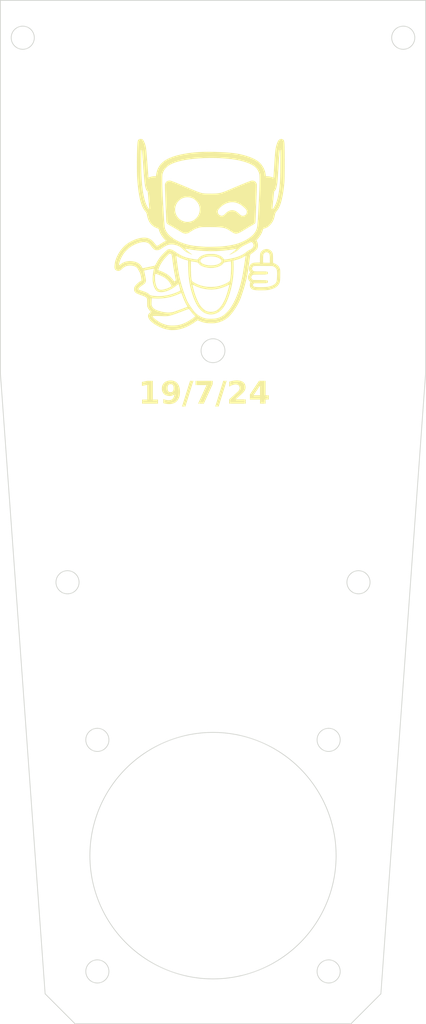
<source format=kicad_pcb>
(kicad_pcb (version 20240108) (generator "pcbnew") (generator_version "8.0")
  (layers (0 "F.Cu" signal) (31 "B.Cu" signal) (34 "B.Paste" user) (35 "F.Paste" user) (36 "B.SilkS" user "B.Silkscreen") (37 "F.SilkS" user "F.Silkscreen") (38 "B.Mask" user) (39 "F.Mask" user) (44 "Edge.Cuts" user))
  (net 0 "")
  (footprint "LOGO" (layer "F.Cu") (at 77 57.5)
    (property "Reference" "G***" (hide yes))
    (property "Value" "LOGO" (hide yes))
  )
  (gr_circle (center 98 103.9) (end 99.55 103.9) (stroke (width 0.1)) (fill none) (layer "Edge.Cuts"))
  (gr_line (start 101 159) (end 107 75.9) (stroke (width 0.1)) (layer "Edge.Cuts"))
  (gr_circle (center 63 156) (end 64.55 156) (stroke (width 0.1)) (fill none) (layer "Edge.Cuts"))
  (gr_circle (center 78.5 72.9) (end 80.1 72.9) (stroke (width 0.1)) (fill none) (layer "Edge.Cuts"))
  (gr_line (start 60 163) (end 97 163) (stroke (width 0.1)) (layer "Edge.Cuts"))
  (gr_circle (center 59 103.9) (end 60.55 103.9) (stroke (width 0.1)) (fill none) (layer "Edge.Cuts"))
  (gr_circle (center 53 31) (end 54.55 31) (stroke (width 0.1)) (fill none) (layer "Edge.Cuts"))
  (gr_circle (center 94 125) (end 95.55 125) (stroke (width 0.1)) (fill none) (layer "Edge.Cuts"))
  (gr_line (start 107 26) (end 50 26) (stroke (width 0.1)) (layer "Edge.Cuts"))
  (gr_line (start 107 75.9) (end 107 26) (stroke (width 0.1)) (layer "Edge.Cuts"))
  (gr_line (start 50 75.9) (end 56 159) (stroke (width 0.1)) (layer "Edge.Cuts"))
  (gr_circle (center 63 125) (end 64.55 125) (stroke (width 0.1)) (fill none) (layer "Edge.Cuts"))
  (gr_circle (center 104 31) (end 105.55 31) (stroke (width 0.1)) (fill none) (layer "Edge.Cuts"))
  (gr_circle (center 94 156) (end 95.55 156) (stroke (width 0.1)) (fill none) (layer "Edge.Cuts"))
  (gr_circle (center 78.5 140.5) (end 95 140.5) (stroke (width 0.1)) (fill none) (layer "Edge.Cuts"))
  (gr_line (start 50 26) (end 50 75.9) (stroke (width 0.1)) (layer "Edge.Cuts"))
  (gr_line (start 56 159) (end 60 163) (stroke (width 0.1)) (layer "Edge.Cuts"))
  (gr_line (start 97 163) (end 101 159) (stroke (width 0.1)) (layer "Edge.Cuts"))
  (gr_text "19/7/24" (at 68.5 80.5 0) (layer "F.SilkS") (effects (font (size 3 3) (thickness 0.3) (bold yes)) (justify left bottom)))
)
</source>
